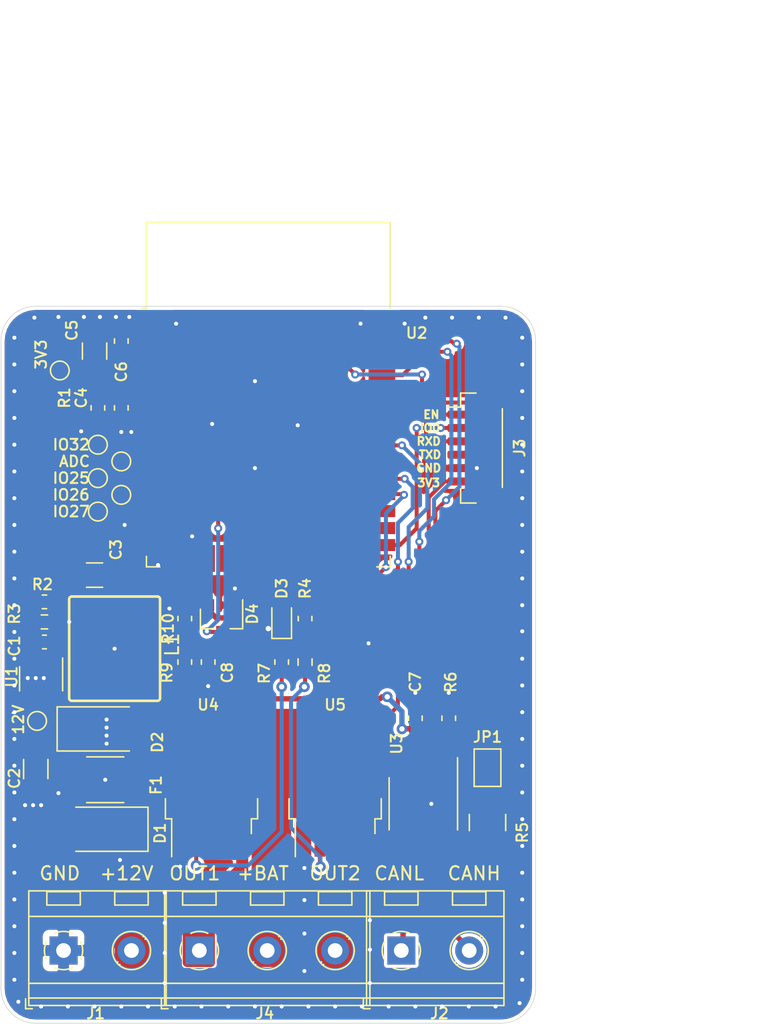
<source format=kicad_pcb>
(kicad_pcb (version 20171130) (host pcbnew "(5.1.9)-1")
  (layers (0 F.Cu signal) (31 B.Cu signal) (34 B.Paste user) (35 F.Paste user) (36 B.SilkS user) (37 F.SilkS user) (38 B.Mask user) (39 F.Mask user) (44 Edge.Cuts user))
  (net 0 "")
  (net 1 GND)
  (net 2 +3V3)
  (net 3 /EN)
  (net 4 +12V)
  (net 5 /TXD)
  (net 6 /RXD)
  (net 7 /IO0)
  (net 8 "Net-(JP1-Pad1)")
  (net 9 /CAN_L)
  (net 10 "Net-(R2-Pad2)")
  (net 11 /CTRL1)
  (net 12 "Net-(R6-Pad1)")
  (net 13 /CTRL2)
  (net 14 /CAN_H)
  (net 15 "Net-(U1-Pad4)")
  (net 16 /CAN0_RX)
  (net 17 /CAN0_TX)
  (net 18 /OUT1)
  (net 19 /OUT2)
  (net 20 "Net-(R8-Pad1)")
  (net 21 "Net-(U2-Pad4)")
  (net 22 /ADC1_CH4)
  (net 23 +BATT)
  (net 24 "Net-(U5-Pad4)")
  (net 25 /IO25)
  (net 26 /IO26)
  (net 27 /IO27)
  (net 28 /IO32)
  (net 29 "Net-(C1-Pad2)")
  (net 30 "Net-(C1-Pad1)")
  (net 31 "Net-(C2-Pad1)")
  (net 32 "Net-(D1-Pad1)")
  (net 33 "Net-(D3-Pad2)")
  (net 34 "Net-(R4-Pad2)")
  (net 35 "Net-(R7-Pad1)")
  (net 36 "Net-(U2-Pad33)")
  (net 37 "Net-(U2-Pad32)")
  (net 38 "Net-(U2-Pad30)")
  (net 39 "Net-(U2-Pad27)")
  (net 40 "Net-(U2-Pad26)")
  (net 41 "Net-(U2-Pad24)")
  (net 42 "Net-(U2-Pad23)")
  (net 43 "Net-(U2-Pad22)")
  (net 44 "Net-(U2-Pad21)")
  (net 45 "Net-(U2-Pad20)")
  (net 46 "Net-(U2-Pad19)")
  (net 47 "Net-(U2-Pad18)")
  (net 48 "Net-(U2-Pad17)")
  (net 49 "Net-(U2-Pad16)")
  (net 50 "Net-(U2-Pad14)")
  (net 51 "Net-(U2-Pad13)")
  (net 52 "Net-(U2-Pad7)")
  (net 53 "Net-(U2-Pad6)")
  (net 54 "Net-(U2-Pad5)")
  (net 55 "Net-(U3-Pad5)")
  (net 56 "Net-(U4-Pad4)")
  (module voltlog:Inductor_7.5x6.6 (layer F.Cu) (at 110.5 77 90)
    (fp_text reference L1 (at 0.3 4.3 90) (layer F.SilkS))
    (fp_text value 8.2uH)
    (pad 2 smd roundrect (at 2.695 0 90) (size 1.98 3.43) (layers F.Cu F.Paste F.Mask) (net 2 +3V3))
    (pad 1 smd roundrect (at -2.695 0 90) (size 1.98 3.43) (layers F.Cu F.Paste F.Mask) (net 29 "Net-(C1-Pad2)"))
  )
  (module Resistor_SMD:R_0603_1608Metric (layer F.Cu) (at 123 78 90)
    (fp_text reference R7 (at -0.85 -1.3 90) (layer F.SilkS) (effects (font (size 0.8 0.8))))
    (fp_text value 10K)
    (pad 2 smd roundrect (at 0.7875 0 90) (size 0.875 0.95) (layers F.Cu F.Paste F.Mask) (net 11 /CTRL1))
    (pad 1 smd roundrect (at -0.7875 0 90) (size 0.875 0.95) (layers F.Cu F.Paste F.Mask) (net 35 "Net-(R7-Pad1)"))
  )
  (module Package_TO_SOT_SMD:TO-252-4 (layer F.Cu) (at 127 87.25 90)
    (fp_text reference U5 (at 6.05 0 180) (layer F.SilkS) (effects (font (size 0.8 0.8))))
    (fp_text value BTS452T)
    (pad 3 smd rect (at 2.1 0 90) (size 6.4 5.8) (layers F.Cu F.Mask) (net 23 +BATT))
    (pad 5 smd rect (at -4.2 2.28 90) (size 2.2 0.8) (layers F.Cu F.Paste F.Mask) (net 19 /OUT2))
    (pad 4 smd rect (at -4.2 1.14 90) (size 2.2 0.8) (layers F.Cu F.Paste F.Mask) (net 24 "Net-(U5-Pad4)"))
    (pad 2 smd rect (at -4.2 -1.14 90) (size 2.2 0.8) (layers F.Cu F.Paste F.Mask) (net 20 "Net-(R8-Pad1)"))
    (pad 1 smd rect (at -4.2 -2.28 90) (size 2.2 0.8) (layers F.Cu F.Paste F.Mask) (net 1 GND))
  )
  (module Package_TO_SOT_SMD:TO-252-4 (layer F.Cu) (at 117.75 87.25 90)
    (fp_text reference U4 (at 6.05 -0.25 180) (layer F.SilkS) (effects (font (size 0.8 0.8))))
    (fp_text value BTS452T)
    (pad 3 smd rect (at 2.1 0 90) (size 6.4 5.8) (layers F.Cu F.Mask) (net 23 +BATT))
    (pad 5 smd rect (at -4.2 2.28 90) (size 2.2 0.8) (layers F.Cu F.Paste F.Mask) (net 18 /OUT1))
    (pad 4 smd rect (at -4.2 1.14 90) (size 2.2 0.8) (layers F.Cu F.Paste F.Mask) (net 56 "Net-(U4-Pad4)"))
    (pad 2 smd rect (at -4.2 -1.14 90) (size 2.2 0.8) (layers F.Cu F.Paste F.Mask) (net 35 "Net-(R7-Pad1)"))
    (pad 1 smd rect (at -4.2 -2.28 90) (size 2.2 0.8) (layers F.Cu F.Paste F.Mask) (net 1 GND))
  )
  (module Resistor_SMD:R_0603_1608Metric (layer F.Cu) (at 124.75 78 90)
    (fp_text reference R8 (at -0.85 1.45 90) (layer F.SilkS) (effects (font (size 0.8 0.8))))
    (fp_text value 10K)
    (pad 2 smd roundrect (at 0.825 0 90) (size 0.8 0.95) (layers F.Cu F.Paste F.Mask) (net 13 /CTRL2))
    (pad 1 smd roundrect (at -0.825 0 90) (size 0.8 0.95) (layers F.Cu F.Paste F.Mask) (net 20 "Net-(R8-Pad1)"))
  )
  (module TestPoint:TestPoint_Pad_D1.0mm (layer F.Cu) (at 109.25 61.75)
    (fp_text reference TP6 hide)
    (fp_text value IO32)
    (pad 1 smd circle (at 0 0) (size 1 1) (layers F.Cu F.Mask) (net 28 /IO32))
  )
  (module TestPoint:TestPoint_Pad_D1.0mm (layer F.Cu) (at 109.25 66.75)
    (fp_text reference TP5 hide)
    (fp_text value IO27)
    (pad 1 smd circle (at 0 0) (size 1 1) (layers F.Cu F.Mask) (net 27 /IO27))
  )
  (module TestPoint:TestPoint_Pad_D1.0mm (layer F.Cu) (at 111 65.5)
    (fp_text reference TP4 hide)
    (fp_text value IO26)
    (pad 1 smd circle (at 0 0) (size 1 1) (layers F.Cu F.Mask) (net 26 /IO26))
  )
  (module TestPoint:TestPoint_Pad_D1.0mm (layer F.Cu) (at 109.25 64.25)
    (fp_text reference TP3 hide)
    (fp_text value IO25)
    (pad 1 smd circle (at 0 0) (size 1 1) (layers F.Cu F.Mask) (net 25 /IO25))
  )
  (module Connector_JST:JST_SH_BM06B-SRSS-TB_1x06-1MP_P1.00mm_Vertical (layer F.Cu) (at 137.5 62 270)
    (fp_text reference J3 (at 0 -3.3 90) (layer F.SilkS) (effects (font (size 0.8 0.8))))
    (fp_text value VOLTLINK)
    (pad MP smd roundrect (at 3.8 -1.2 270) (size 1.2 1.8) (layers F.Cu F.Paste F.Mask) (roundrect_rratio 0.2083325))
    (pad MP smd roundrect (at -3.8 -1.2 270) (size 1.2 1.8) (layers F.Cu F.Paste F.Mask) (roundrect_rratio 0.2083325))
    (pad 6 smd roundrect (at 2.5 1.325 270) (size 0.6 1.55) (layers F.Cu F.Paste F.Mask) (net 2 +3V3))
    (pad 5 smd roundrect (at 1.5 1.325 270) (size 0.6 1.55) (layers F.Cu F.Paste F.Mask) (net 1 GND))
    (pad 4 smd roundrect (at 0.5 1.325 270) (size 0.6 1.55) (layers F.Cu F.Paste F.Mask) (net 5 /TXD))
    (pad 3 smd roundrect (at -0.5 1.325 270) (size 0.6 1.55) (layers F.Cu F.Paste F.Mask) (net 6 /RXD))
    (pad 2 smd roundrect (at -1.5 1.325 270) (size 0.6 1.55) (layers F.Cu F.Paste F.Mask) (net 7 /IO0))
    (pad 1 smd roundrect (at -2.5 1.325 270) (size 0.6 1.55) (layers F.Cu F.Paste F.Mask) (net 3 /EN))
  )
  (module Package_TO_SOT_SMD:SOT-23-6 (layer F.Cu) (at 105 79.25 270)
    (fp_text reference U1 (at -0.15 2.2 270) (layer F.SilkS) (effects (font (size 0.8 0.8))))
    (fp_text value LMR14006)
    (pad 5 smd rect (at 1.1 0 270) (size 1.06 0.65) (layers F.Cu F.Paste F.Mask) (net 31 "Net-(C2-Pad1)"))
    (pad 6 smd rect (at 1.1 -0.95 270) (size 1.06 0.65) (layers F.Cu F.Paste F.Mask) (net 29 "Net-(C1-Pad2)"))
    (pad 4 smd rect (at 1.1 0.95 270) (size 1.06 0.65) (layers F.Cu F.Paste F.Mask) (net 15 "Net-(U1-Pad4)"))
    (pad 3 smd rect (at -1.1 0.95 270) (size 1.06 0.65) (layers F.Cu F.Paste F.Mask) (net 10 "Net-(R2-Pad2)"))
    (pad 2 smd rect (at -1.1 0 270) (size 1.06 0.65) (layers F.Cu F.Paste F.Mask) (net 1 GND))
    (pad 1 smd rect (at -1.1 -0.95 270) (size 1.06 0.65) (layers F.Cu F.Paste F.Mask) (net 30 "Net-(C1-Pad1)"))
  )
  (module RF_Module:ESP32-WROOM-32 (layer F.Cu) (at 122 61)
    (fp_text reference U2 (at 11.1 -7.6 180) (layer F.SilkS) (effects (font (size 0.8 0.8))))
    (fp_text value ESP32-WROOM-32D)
    (pad 38 smd rect (at 8.5 -8.255) (size 2 0.9) (layers F.Cu F.Paste F.Mask) (net 1 GND))
    (pad 37 smd rect (at 8.5 -6.985) (size 2 0.9) (layers F.Cu F.Paste F.Mask) (net 17 /CAN0_TX))
    (pad 36 smd rect (at 8.5 -5.715) (size 2 0.9) (layers F.Cu F.Paste F.Mask) (net 16 /CAN0_RX))
    (pad 35 smd rect (at 8.5 -4.445) (size 2 0.9) (layers F.Cu F.Paste F.Mask) (net 5 /TXD))
    (pad 34 smd rect (at 8.5 -3.175) (size 2 0.9) (layers F.Cu F.Paste F.Mask) (net 6 /RXD))
    (pad 33 smd rect (at 8.5 -1.905) (size 2 0.9) (layers F.Cu F.Paste F.Mask) (net 36 "Net-(U2-Pad33)"))
    (pad 32 smd rect (at 8.5 -0.635) (size 2 0.9) (layers F.Cu F.Paste F.Mask) (net 37 "Net-(U2-Pad32)"))
    (pad 31 smd rect (at 8.5 0.635) (size 2 0.9) (layers F.Cu F.Paste F.Mask) (net 13 /CTRL2))
    (pad 30 smd rect (at 8.5 1.905) (size 2 0.9) (layers F.Cu F.Paste F.Mask) (net 38 "Net-(U2-Pad30)"))
    (pad 29 smd rect (at 8.5 3.175) (size 2 0.9) (layers F.Cu F.Paste F.Mask) (net 34 "Net-(R4-Pad2)"))
    (pad 28 smd rect (at 8.5 4.445) (size 2 0.9) (layers F.Cu F.Paste F.Mask) (net 11 /CTRL1))
    (pad 27 smd rect (at 8.5 5.715) (size 2 0.9) (layers F.Cu F.Paste F.Mask) (net 39 "Net-(U2-Pad27)"))
    (pad 26 smd rect (at 8.5 6.985) (size 2 0.9) (layers F.Cu F.Paste F.Mask) (net 40 "Net-(U2-Pad26)"))
    (pad 25 smd rect (at 8.5 8.255) (size 2 0.9) (layers F.Cu F.Paste F.Mask) (net 7 /IO0))
    (pad 24 smd rect (at 5.715 9.255 90) (size 2 0.9) (layers F.Cu F.Paste F.Mask) (net 41 "Net-(U2-Pad24)"))
    (pad 23 smd rect (at 4.445 9.255 90) (size 2 0.9) (layers F.Cu F.Paste F.Mask) (net 42 "Net-(U2-Pad23)"))
    (pad 22 smd rect (at 3.175 9.255 90) (size 2 0.9) (layers F.Cu F.Paste F.Mask) (net 43 "Net-(U2-Pad22)"))
    (pad 21 smd rect (at 1.905 9.255 90) (size 2 0.9) (layers F.Cu F.Paste F.Mask) (net 44 "Net-(U2-Pad21)"))
    (pad 20 smd rect (at 0.635 9.255 90) (size 2 0.9) (layers F.Cu F.Paste F.Mask) (net 45 "Net-(U2-Pad20)"))
    (pad 19 smd rect (at -0.635 9.255 90) (size 2 0.9) (layers F.Cu F.Paste F.Mask) (net 46 "Net-(U2-Pad19)"))
    (pad 18 smd rect (at -1.905 9.255 90) (size 2 0.9) (layers F.Cu F.Paste F.Mask) (net 47 "Net-(U2-Pad18)"))
    (pad 17 smd rect (at -3.175 9.255 90) (size 2 0.9) (layers F.Cu F.Paste F.Mask) (net 48 "Net-(U2-Pad17)"))
    (pad 16 smd rect (at -4.445 9.255 90) (size 2 0.9) (layers F.Cu F.Paste F.Mask) (net 49 "Net-(U2-Pad16)"))
    (pad 15 smd rect (at -5.715 9.255 90) (size 2 0.9) (layers F.Cu F.Paste F.Mask) (net 1 GND))
    (pad 14 smd rect (at -8.5 8.255) (size 2 0.9) (layers F.Cu F.Paste F.Mask) (net 50 "Net-(U2-Pad14)"))
    (pad 13 smd rect (at -8.5 6.985) (size 2 0.9) (layers F.Cu F.Paste F.Mask) (net 51 "Net-(U2-Pad13)"))
    (pad 12 smd rect (at -8.5 5.715) (size 2 0.9) (layers F.Cu F.Paste F.Mask) (net 27 /IO27))
    (pad 11 smd rect (at -8.5 4.445) (size 2 0.9) (layers F.Cu F.Paste F.Mask) (net 26 /IO26))
    (pad 10 smd rect (at -8.5 3.175) (size 2 0.9) (layers F.Cu F.Paste F.Mask) (net 25 /IO25))
    (pad 9 smd rect (at -8.5 1.905) (size 2 0.9) (layers F.Cu F.Paste F.Mask) (net 22 /ADC1_CH4))
    (pad 8 smd rect (at -8.5 0.635) (size 2 0.9) (layers F.Cu F.Paste F.Mask) (net 28 /IO32))
    (pad 7 smd rect (at -8.5 -0.635) (size 2 0.9) (layers F.Cu F.Paste F.Mask) (net 52 "Net-(U2-Pad7)"))
    (pad 6 smd rect (at -8.5 -1.905) (size 2 0.9) (layers F.Cu F.Paste F.Mask) (net 53 "Net-(U2-Pad6)"))
    (pad 5 smd rect (at -8.5 -3.175) (size 2 0.9) (layers F.Cu F.Paste F.Mask) (net 54 "Net-(U2-Pad5)"))
    (pad 4 smd rect (at -8.5 -4.445) (size 2 0.9) (layers F.Cu F.Paste F.Mask) (net 21 "Net-(U2-Pad4)"))
    (pad 3 smd rect (at -8.5 -5.715) (size 2 0.9) (layers F.Cu F.Paste F.Mask) (net 3 /EN))
    (pad 2 smd rect (at -8.5 -6.985) (size 2 0.9) (layers F.Cu F.Paste F.Mask) (net 2 +3V3))
    (pad 1 smd rect (at -8.5 -8.255) (size 2 0.9) (layers F.Cu F.Paste F.Mask) (net 1 GND))
    (pad 39 smd rect (at -1 -0.755) (size 5 5) (layers F.Cu F.Paste F.Mask) (net 1 GND))
  )
  (module Resistor_SMD:R_0603_1608Metric (layer F.Cu) (at 105.25 75)
    (fp_text reference R3 (at -2.25 -0.6 90) (layer F.SilkS) (effects (font (size 0.8 0.8))))
    (fp_text value 8.45K)
    (pad 2 smd roundrect (at 0.825 0) (size 0.8 0.95) (layers F.Cu F.Paste F.Mask) (net 1 GND))
    (pad 1 smd roundrect (at -0.825 0) (size 0.8 0.95) (layers F.Cu F.Paste F.Mask) (net 10 "Net-(R2-Pad2)"))
  )
  (module Diode_SMD:D_SMA (layer F.Cu) (at 109.6 83)
    (fp_text reference D2 (at 4.1 1 90) (layer F.SilkS) (effects (font (size 0.8 0.8))))
    (fp_text value SS14)
    (pad 2 smd rect (at 2 0) (size 2.5 1.8) (layers F.Cu F.Paste F.Mask) (net 1 GND))
    (pad 1 smd rect (at -2 0) (size 2.5 1.8) (layers F.Cu F.Paste F.Mask) (net 29 "Net-(C1-Pad2)"))
  )
  (module Capacitor_SMD:C_1206_3216Metric (layer F.Cu) (at 104.6 86 270)
    (fp_text reference C2 (at 0.7 1.6 90) (layer F.SilkS) (effects (font (size 0.8 0.8))))
    (fp_text value 10uF)
    (pad 2 smd roundrect (at 1.475 0 270) (size 1.15 1.8) (layers F.Cu F.Paste F.Mask) (roundrect_rratio 0.217) (net 1 GND))
    (pad 1 smd roundrect (at -1.475 0 270) (size 1.15 1.8) (layers F.Cu F.Paste F.Mask) (roundrect_rratio 0.2173904347826087) (net 31 "Net-(C2-Pad1)"))
  )
  (module Capacitor_SMD:C_0603_1608Metric (layer F.Cu) (at 105.25 76.5)
    (fp_text reference C1 (at -2.25 0.3 270) (layer F.SilkS) (effects (font (size 0.8 0.8))))
    (fp_text value 0.1uF)
    (pad 2 smd roundrect (at 0.775 0) (size 0.9 0.95) (layers F.Cu F.Paste F.Mask) (net 29 "Net-(C1-Pad2)"))
    (pad 1 smd roundrect (at -0.775 0) (size 0.9 0.95) (layers F.Cu F.Paste F.Mask) (net 30 "Net-(C1-Pad1)"))
  )
  (module Voltlog:voltlog_mask_3mm (layer F.Cu) (at 104.5 69 90)
    (fp_text reference V1 hide)
    (fp_text value VOLTLOG_LOGO hide)
  )
  (module TerminalBlock_RND:TerminalBlock_RND_205-00232_1x02_P5.08mm_Horizontal (layer F.Cu) (at 106.68 99.568)
    (fp_text reference J1 (at 2.4 4.7) (layer F.SilkS) (effects (font (size 0.8 0.8))))
    (fp_text value 12V)
    (pad 2 thru_hole circle (at 5.08 0) (size 2.1 2.1) (drill 1.1) (layers *.Cu *.Mask) (net 4 +12V))
    (pad 1 thru_hole rect (at 0 0) (size 2.1 2.1) (drill 1.1) (layers *.Cu *.Mask) (net 1 GND))
  )
  (module TerminalBlock_RND:TerminalBlock_RND_205-00232_1x02_P5.08mm_Horizontal (layer F.Cu) (at 131.95 99.568)
    (fp_text reference J2 (at 2.85 4.7) (layer F.SilkS) (effects (font (size 0.8 0.8))))
    (fp_text value CAN)
    (pad 2 thru_hole circle (at 5.08 0) (size 2.1 2.1) (drill 1.1) (layers *.Cu *.Mask) (net 14 /CAN_H))
    (pad 1 thru_hole rect (at 0 0) (size 2.1 2.1) (drill 1.1) (layers *.Cu *.Mask) (net 9 /CAN_L))
  )
  (module TerminalBlock_RND:TerminalBlock_RND_205-00233_1x03_P5.08mm_Horizontal (layer F.Cu) (at 116.84 99.568)
    (fp_text reference J4 (at 4.9 4.7) (layer F.SilkS) (effects (font (size 0.8 0.8))))
    (fp_text value Conn_01x03)
    (pad 3 thru_hole circle (at 10.16 0) (size 2.1 2.1) (drill 1.1) (layers *.Cu *.Mask) (net 19 /OUT2))
    (pad 2 thru_hole circle (at 5.08 0) (size 2.1 2.1) (drill 1.1) (layers *.Cu *.Mask) (net 23 +BATT))
    (pad 1 thru_hole rect (at 0 0) (size 2.1 2.1) (drill 1.1) (layers *.Cu *.Mask) (net 18 /OUT1))
  )
  (module Resistor_SMD:R_0603_1608Metric (layer F.Cu) (at 105.25 73.5 180)
    (fp_text reference R2 (at 0.15 1.3) (layer F.SilkS) (effects (font (size 0.8 0.8))))
    (fp_text value 28K)
    (pad 2 smd roundrect (at 0.7875 0 180) (size 0.875 0.95) (layers F.Cu F.Paste F.Mask) (net 10 "Net-(R2-Pad2)"))
    (pad 1 smd roundrect (at -0.7875 0 180) (size 0.875 0.95) (layers F.Cu F.Paste F.Mask) (net 2 +3V3))
  )
  (module Capacitor_SMD:C_1206_3216Metric (layer F.Cu) (at 109 71.5 180)
    (fp_text reference C3 (at -1.6 1.9 90) (layer F.SilkS) (effects (font (size 0.8 0.8))))
    (fp_text value 10uF)
    (pad 2 smd roundrect (at 1.4 0 180) (size 1.25 1.75) (layers F.Cu F.Paste F.Mask) (roundrect_rratio 0.2) (net 1 GND))
    (pad 1 smd roundrect (at -1.4 0 180) (size 1.25 1.75) (layers F.Cu F.Paste F.Mask) (roundrect_rratio 0.2) (net 2 +3V3))
  )
  (module Capacitor_SMD:C_1206_3216Metric (layer F.Cu) (at 109 54.75 90)
    (fp_text reference C5 (at 1.55 -1.7 90) (layer F.SilkS) (effects (font (size 0.8 0.8))))
    (fp_text value 22uF)
    (pad 2 smd roundrect (at 1.4 0 90) (size 1.25 1.75) (layers F.Cu F.Paste F.Mask) (roundrect_rratio 0.2) (net 1 GND))
    (pad 1 smd roundrect (at -1.4 0 90) (size 1.25 1.75) (layers F.Cu F.Paste F.Mask) (roundrect_rratio 0.2) (net 2 +3V3))
  )
  (module TestPoint:TestPoint_Pad_D1.0mm (layer F.Cu) (at 106.4 56.2 90)
    (fp_text reference TP2 hide)
    (fp_text value 3V3)
    (pad 1 smd circle (at 0 0 90) (size 1 1) (layers F.Cu F.Mask) (net 2 +3V3))
  )
  (module TestPoint:TestPoint_Pad_D1.0mm (layer F.Cu) (at 104.7 82.4 90)
    (fp_text reference TP1 hide)
    (fp_text value VIN)
    (pad 1 smd circle (at 0 0 90) (size 1 1) (layers F.Cu F.Mask) (net 31 "Net-(C2-Pad1)"))
  )
  (module TestPoint:TestPoint_Pad_D1.0mm (layer F.Cu) (at 111 63 90)
    (fp_text reference TP7 hide)
    (fp_text value ADC)
    (pad 1 smd circle (at 0 0 90) (size 1 1) (layers F.Cu F.Mask) (net 22 /ADC1_CH4))
  )
  (module Resistor_SMD:R_0603_1608Metric (layer F.Cu) (at 115.75 74.75 90)
    (fp_text reference R10 (at -0.75 -1.25 270) (layer F.SilkS) (effects (font (size 0.8 0.8))))
    (fp_text value 10K)
    (pad 2 smd roundrect (at 0.7875 0 90) (size 0.875 0.95) (layers F.Cu F.Paste F.Mask) (net 1 GND))
    (pad 1 smd roundrect (at -0.7875 0 90) (size 0.875 0.95) (layers F.Cu F.Paste F.Mask) (net 22 /ADC1_CH4))
  )
  (module Resistor_SMD:R_0603_1608Metric (layer F.Cu) (at 115.75 78 90)
    (fp_text reference R9 (at -0.8 -1.35 90) (layer F.SilkS) (effects (font (size 0.8 0.8))))
    (fp_text value 36K)
    (pad 2 smd roundrect (at 0.7875 0 90) (size 0.875 0.95) (layers F.Cu F.Paste F.Mask) (net 22 /ADC1_CH4))
    (pad 1 smd roundrect (at -0.7875 0 90) (size 0.875 0.95) (layers F.Cu F.Paste F.Mask) (net 4 +12V))
  )
  (module Package_TO_SOT_SMD:SOT-23 (layer F.Cu) (at 118.5 74.75 270)
    (fp_text reference D4 (at -0.35 -2.3 270) (layer F.SilkS) (effects (font (size 0.8 0.8))))
    (fp_text value BAS40-04)
    (pad 3 smd rect (at 1 0 270) (size 0.9 0.8) (layers F.Cu F.Paste F.Mask) (net 22 /ADC1_CH4))
    (pad 2 smd rect (at -1 0.95 270) (size 0.9 0.8) (layers F.Cu F.Paste F.Mask) (net 2 +3V3))
    (pad 1 smd rect (at -1 -0.95 270) (size 0.9 0.8) (layers F.Cu F.Paste F.Mask) (net 1 GND))
  )
  (module Capacitor_SMD:C_0603_1608Metric (layer F.Cu) (at 117.5 78 270)
    (fp_text reference C8 (at 0.8 -1.43 90) (layer F.SilkS) (effects (font (size 0.8 0.8))))
    (fp_text value 0.1uF)
    (pad 2 smd roundrect (at 0.7875 0 270) (size 0.875 0.95) (layers F.Cu F.Paste F.Mask) (net 1 GND))
    (pad 1 smd roundrect (at -0.7875 0 270) (size 0.875 0.95) (layers F.Cu F.Paste F.Mask) (net 22 /ADC1_CH4))
  )
  (module Package_SO:SOIC-8_3.9x4.9mm_P1.27mm (layer F.Cu) (at 133.6 88.6 270)
    (fp_text reference U3 (at -4.5 2 270) (layer F.SilkS) (effects (font (size 0.8 0.8))))
    (fp_text value SN65HVD231)
    (pad 8 smd roundrect (at 2.475 -1.905 270) (size 1.95 0.6) (layers F.Cu F.Paste F.Mask) (net 12 "Net-(R6-Pad1)"))
    (pad 7 smd roundrect (at 2.475 -0.635 270) (size 1.95 0.6) (layers F.Cu F.Paste F.Mask) (net 14 /CAN_H))
    (pad 6 smd roundrect (at 2.475 0.635 270) (size 1.95 0.6) (layers F.Cu F.Paste F.Mask) (net 9 /CAN_L))
    (pad 5 smd roundrect (at 2.475 1.905 270) (size 1.95 0.6) (layers F.Cu F.Paste F.Mask) (net 55 "Net-(U3-Pad5)"))
    (pad 4 smd roundrect (at -2.475 1.905 270) (size 1.95 0.6) (layers F.Cu F.Paste F.Mask) (net 16 /CAN0_RX))
    (pad 3 smd roundrect (at -2.475 0.635 270) (size 1.95 0.6) (layers F.Cu F.Paste F.Mask) (net 2 +3V3))
    (pad 2 smd roundrect (at -2.475 -0.635 270) (size 1.95 0.6) (layers F.Cu F.Paste F.Mask) (net 1 GND))
    (pad 1 smd roundrect (at -2.475 -1.905 270) (size 1.95 0.6) (layers F.Cu F.Paste F.Mask) (net 17 /CAN0_TX))
  )
  (module Resistor_SMD:R_1210_3225Metric (layer F.Cu) (at 138.4 90 90)
    (fp_text reference R5 (at -0.75 2.6 90) (layer F.SilkS) (effects (font (size 0.8 0.8))))
    (fp_text value 120)
    (pad 2 smd roundrect (at 1.4 0 90) (size 1.25 2.65) (layers F.Cu F.Paste F.Mask) (roundrect_rratio 0.2) (net 8 "Net-(JP1-Pad1)"))
    (pad 1 smd roundrect (at -1.4 0 90) (size 1.25 2.65) (layers F.Cu F.Paste F.Mask) (roundrect_rratio 0.2) (net 14 /CAN_H))
  )
  (module Resistor_SMD:R_0603_1608Metric (layer F.Cu) (at 135.5 82.2 90)
    (fp_text reference R6 (at 2.7 0.15 90) (layer F.SilkS) (effects (font (size 0.8 0.8))))
    (fp_text value 100K)
    (pad 2 smd roundrect (at 0.7875 0 90) (size 0.875 0.95) (layers F.Cu F.Paste F.Mask) (net 1 GND))
    (pad 1 smd roundrect (at -0.7875 0 90) (size 0.875 0.95) (layers F.Cu F.Paste F.Mask) (net 12 "Net-(R6-Pad1)"))
  )
  (module Resistor_SMD:R_0603_1608Metric (layer F.Cu) (at 124.75 74.75 270)
    (fp_text reference R4 (at -2.25 0 270) (layer F.SilkS) (effects (font (size 0.8 0.8))))
    (fp_text value 1K)
    (pad 2 smd roundrect (at 0.7875 0 270) (size 0.875 0.95) (layers F.Cu F.Paste F.Mask) (net 34 "Net-(R4-Pad2)"))
    (pad 1 smd roundrect (at -0.7875 0 270) (size 0.875 0.95) (layers F.Cu F.Paste F.Mask) (net 33 "Net-(D3-Pad2)"))
  )
  (module Resistor_SMD:R_0603_1608Metric (layer F.Cu) (at 109.25 59 90)
    (fp_text reference R1 (at 0.75 -2.5 90) (layer F.SilkS) (effects (font (size 0.8 0.8))))
    (fp_text value 10K)
    (pad 2 smd roundrect (at 0.7875 0 90) (size 0.875 0.95) (layers F.Cu F.Paste F.Mask) (net 3 /EN))
    (pad 1 smd roundrect (at -0.7875 0 90) (size 0.875 0.95) (layers F.Cu F.Paste F.Mask) (net 2 +3V3))
  )
  (module Jumper:SolderJumper-2_P1.3mm_Open_TrianglePad1.0x1.5mm (layer F.Cu) (at 138.4 85.9 90)
    (fp_text reference JP1 (at 2.3 0 180) (layer F.SilkS) (effects (font (size 0.8 0.8))))
    (fp_text value NO)
    (pad 1 smd custom (at -0.725 0 90) (size 0.3 0.3) (layers F.Cu F.Mask) (net 8 "Net-(JP1-Pad1)") (options (clearance outline) (anchor rect)) (primitives (gr_poly (pts (xy -0.5 -0.75) (xy 0.5 -0.75) (xy 1 0) (xy 0.5 0.75) (xy -0.5 0.75)) (width 0))))
    (pad 2 smd custom (at 0.725 0 90) (size 0.3 0.3) (layers F.Cu F.Mask) (net 9 /CAN_L) (options (clearance outline) (anchor rect)) (primitives (gr_poly (pts (xy -0.65 -0.75) (xy 0.5 -0.75) (xy 0.5 0.75) (xy -0.65 0.75) (xy -0.15 0)) (width 0))))
  )
  (module Fuse:Fuse_1812_4532Metric (layer F.Cu) (at 109.8 86.8)
    (fp_text reference F1 (at 3.8 0.4 90) (layer F.SilkS) (effects (font (size 0.8 0.8))))
    (fp_text value 0.5A)
    (pad 2 smd roundrect (at 2.1375 0) (size 1.125 3.4) (layers F.Cu F.Paste F.Mask) (roundrect_rratio 0.2222195555555556) (net 32 "Net-(D1-Pad1)"))
    (pad 1 smd roundrect (at -2.1375 0) (size 1.125 3.4) (layers F.Cu F.Paste F.Mask) (roundrect_rratio 0.2222195555555556) (net 31 "Net-(C2-Pad1)"))
  )
  (module Diode_SMD:D_SMA (layer F.Cu) (at 109.6 90.5 180)
    (fp_text reference D1 (at -4.3 -0.3 90) (layer F.SilkS) (effects (font (size 0.8 0.8))))
    (fp_text value SS14)
    (pad 2 smd rect (at 2 0 180) (size 2.5 1.8) (layers F.Cu F.Paste F.Mask) (net 4 +12V))
    (pad 1 smd rect (at -2 0 180) (size 2.5 1.8) (layers F.Cu F.Paste F.Mask) (net 32 "Net-(D1-Pad1)"))
  )
  (module LED_SMD:LED_0603_1608Metric (layer F.Cu) (at 123 74.75 90)
    (fp_text reference D3 (at 2.25 0 90) (layer F.SilkS) (effects (font (size 0.8 0.8))))
    (fp_text value LED)
    (pad 2 smd roundrect (at 0.7875 0 90) (size 0.875 0.95) (layers F.Cu F.Paste F.Mask) (net 33 "Net-(D3-Pad2)"))
    (pad 1 smd roundrect (at -0.7875 0 90) (size 0.875 0.95) (layers F.Cu F.Paste F.Mask) (net 1 GND))
  )
  (module Capacitor_SMD:C_0603_1608Metric (layer F.Cu) (at 133 82.2 90)
    (fp_text reference C7 (at 2.7 0 90) (layer F.SilkS) (effects (font (size 0.8 0.8))))
    (fp_text value 0.1uF)
    (pad 2 smd roundrect (at 0.7875 0 90) (size 0.875 0.95) (layers F.Cu F.Paste F.Mask) (net 1 GND))
    (pad 1 smd roundrect (at -0.7875 0 90) (size 0.875 0.95) (layers F.Cu F.Paste F.Mask) (net 2 +3V3))
  )
  (module Capacitor_SMD:C_0603_1608Metric (layer F.Cu) (at 111 59 270)
    (fp_text reference C4 (at -0.75 3 90) (layer F.SilkS) (effects (font (size 0.8 0.8))))
    (fp_text value 0.1uF)
    (pad 2 smd roundrect (at 0.7875 0 270) (size 0.875 0.95) (layers F.Cu F.Paste F.Mask) (net 1 GND))
    (pad 1 smd roundrect (at -0.7875 0 270) (size 0.875 0.95) (layers F.Cu F.Paste F.Mask) (net 3 /EN))
  )
  (module Capacitor_SMD:C_0603_1608Metric (layer F.Cu) (at 111 54 90)
    (fp_text reference C6 (at -2.3 0 90) (layer F.SilkS) (effects (font (size 0.8 0.8))))
    (fp_text value 0.1uF)
    (pad 2 smd roundrect (at 0.7875 0 90) (size 0.875 0.95) (layers F.Cu F.Paste F.Mask) (net 1 GND))
    (pad 1 smd roundrect (at -0.7875 0 90) (size 0.875 0.95) (layers F.Cu F.Paste F.Mask) (net 2 +3V3))
  )
  (gr_text IO27 (at 107.25 66.75) (layer F.SilkS) (effects (font (size 0.8 0.8))))
  (gr_text IO26 (at 107.25 65.5) (layer F.SilkS) (effects (font (size 0.8 0.8))))
  (gr_text IO25 (at 107.25 64.25) (layer F.SilkS) (effects (font (size 0.8 0.8))))
  (gr_text IO32 (at 107.25 61.75) (layer F.SilkS) (effects (font (size 0.8 0.8))))
  (gr_arc (start 104.6 102.4) (end 102 102.4) (angle -90) (layer Edge.Cuts) (width 0.05))
  (gr_arc (start 139.4 102.4) (end 139.4 105) (angle -90) (layer Edge.Cuts) (width 0.05))
  (gr_arc (start 139.4 54) (end 142 54) (angle -90) (layer Edge.Cuts) (width 0.05))
  (gr_arc (start 104.6 54) (end 104.6 51.4) (angle -90) (layer Edge.Cuts) (width 0.05))
  (gr_text +BAT (at 121.6 93.8) (layer F.SilkS) (effects (font (size 1 1))))
  (gr_text OUT2 (at 127 93.8) (layer F.SilkS) (effects (font (size 1 1))))
  (gr_text OUT1 (at 116.5 93.8) (layer F.SilkS) (effects (font (size 1 1))))
  (gr_text +12V (at 111.4 93.8) (layer F.SilkS) (effects (font (size 1 1))))
  (gr_text GND (at 106.4 93.8) (layer F.SilkS) (effects (font (size 1 1))))
  (gr_text CANL (at 131.8 93.8) (layer F.SilkS) (effects (font (size 1 1))))
  (gr_text CANH (at 137.4 93.8) (layer F.SilkS) (effects (font (size 1 1))))
  (gr_text EN (at 134.2 59.5) (layer F.SilkS) (effects (font (size 0.6 0.6))))
  (gr_text IO0 (at 134.1 60.5) (layer F.SilkS) (effects (font (size 0.6 0.6))))
  (gr_text RXD (at 134 61.5) (layer F.SilkS) (effects (font (size 0.6 0.6))))
  (gr_text TXD (at 134.1 62.5) (layer F.SilkS) (effects (font (size 0.6 0.6))))
  (gr_text GND (at 134 63.5) (layer F.SilkS) (effects (font (size 0.6 0.6))))
  (gr_text 3V3 (at 134 64.6) (layer F.SilkS) (effects (font (size 0.6 0.6))))
  (gr_text 12V (at 103.3 82.3 90) (layer F.SilkS) (effects (font (size 0.8 0.8))))
  (gr_text ADC (at 107.5 63) (layer F.SilkS) (effects (font (size 0.8 0.8))))
  (gr_text 3V3 (at 105 55 90) (layer F.SilkS) (effects (font (size 0.8 0.8))))
  (gr_line (start 104.6 105) (end 139.4 105) (layer Edge.Cuts) (width 0.05))
  (gr_line (start 102 54) (end 102 102.4) (layer Edge.Cuts) (width 0.05))
  (gr_line (start 139.4 51.4) (end 104.6 51.4) (layer Edge.Cuts) (width 0.05))
  (gr_line (start 142 102.4) (end 142 54) (layer Edge.Cuts) (width 0.05))
  (via (at 133 80.3) (size 0.6) (drill 0.3) (layers F.Cu B.Cu) (net 1))
  (segment (start 133 81.4125) (end 133 80.3) (width 0.3) (layer F.Cu) (net 1))
  (via (at 135.5 80.3) (size 0.6) (drill 0.3) (layers F.Cu B.Cu) (net 1))
  (segment (start 135.5 81.4125) (end 135.5 80.3) (width 0.3) (layer F.Cu) (net 1))
  (via (at 117.5 79.8) (size 0.6) (drill 0.3) (layers F.Cu B.Cu) (net 1))
  (segment (start 117.5 78.7875) (end 117.5 79.8) (width 0.3) (layer F.Cu) (net 1))
  (via (at 114.6 74) (size 0.6) (drill 0.3) (layers F.Cu B.Cu) (net 1))
  (segment (start 115.75 73.9625) (end 114.6375 73.9625) (width 0.3) (layer F.Cu) (net 1))
  (segment (start 114.6375 73.9625) (end 114.6 74) (width 0.3) (layer F.Cu) (net 1))
  (via (at 103.3 103.4) (size 0.6) (drill 0.3) (layers F.Cu B.Cu) (net 1))
  (via (at 103 101.75) (size 0.6) (drill 0.3) (layers F.Cu B.Cu) (net 1))
  (via (at 103 99.75) (size 0.6) (drill 0.3) (layers F.Cu B.Cu) (net 1))
  (via (at 103 97.75) (size 0.6) (drill 0.3) (layers F.Cu B.Cu) (net 1))
  (via (at 103 95.75) (size 0.6) (drill 0.3) (layers F.Cu B.Cu) (net 1))
  (via (at 103 93.75) (size 0.6) (drill 0.3) (layers F.Cu B.Cu) (net 1))
  (via (at 103 91.75) (size 0.6) (drill 0.3) (layers F.Cu B.Cu) (net 1))
  (via (at 103 89.75) (size 0.6) (drill 0.3) (layers F.Cu B.Cu) (net 1))
  (via (at 103 87.75) (size 0.6) (drill 0.3) (layers F.Cu B.Cu) (net 1))
  (via (at 103 85.75) (size 0.6) (drill 0.3) (layers F.Cu B.Cu) (net 1))
  (via (at 103 83.75) (size 0.6) (drill 0.3) (layers F.Cu B.Cu) (net 1))
  (via (at 103 81.75) (size 0.6) (drill 0.3) (layers F.Cu B.Cu) (net 1))
  (via (at 103 79.75) (size 0.6) (drill 0.3) (layers F.Cu B.Cu) (net 1))
  (via (at 103 77.75) (size 0.6) (drill 0.3) (layers F.Cu B.Cu) (net 1))
  (via (at 103 75.75) (size 0.6) (drill 0.3) (layers F.Cu B.Cu) (net 1))
  (via (at 103 73.75) (size 0.6) (drill 0.3) (layers F.Cu B.Cu) (net 1))
  (via (at 103 71.75) (size 0.6) (drill 0.3) (layers F.Cu B.Cu) (net 1))
  (via (at 103 69.75) (size 0.6) (drill 0.3) (layers F.Cu B.Cu) (net 1))
  (via (at 103 67.75) (size 0.6) (drill 0.3) (layers F.Cu B.Cu) (net 1))
  (via (at 103 65.75) (size 0.6) (drill 0.3) (layers F.Cu B.Cu) (net 1))
  (via (at 103 63.75) (size 0.6) (drill 0.3) (layers F.Cu B.Cu) (net 1))
  (via (at 103 61.75) (size 0.6) (drill 0.3) (layers F.Cu B.Cu) (net 1))
  (via (at 104.5 52.25) (size 0.6) (drill 0.3) (layers F.Cu B.Cu) (net 1))
  (via (at 108.2 52.2) (size 0.6) (drill 0.3) (layers F.Cu B.Cu) (net 1))
  (via (at 109.4 52.2) (size 0.6) (drill 0.3) (layers F.Cu B.Cu) (net 1))
  (via (at 110.6 52.2) (size 0.6) (drill 0.3) (layers F.Cu B.Cu) (net 1))
  (via (at 141 69.75) (size 0.6) (drill 0.3) (layers F.Cu B.Cu) (net 1))
  (via (at 141 91.75) (size 0.6) (drill 0.3) (layers F.Cu B.Cu) (net 1))
  (via (at 141 79.75) (size 0.6) (drill 0.3) (layers F.Cu B.Cu) (net 1))
  (via (at 141 85.75) (size 0.6) (drill 0.3) (layers F.Cu B.Cu) (net 1))
  (via (at 141 63.75) (size 0.6) (drill 0.3) (layers F.Cu B.Cu) (net 1))
  (via (at 141 61.75) (size 0.6) (drill 0.3) (layers F.Cu B.Cu) (net 1))
  (via (at 141 83.75) (size 0.6) (drill 0.3) (layers F.Cu B.Cu) (net 1))
  (via (at 141 89.75) (size 0.6) (drill 0.3) (layers F.Cu B.Cu) (net 1))
  (via (at 141 77.75) (size 0.6) (drill 0.3) (layers F.Cu B.Cu) (net 1))
  (via (at 141 101.75) (size 0.6) (drill 0.3) (layers F.Cu B.Cu) (net 1))
  (via (at 141 97.75) (size 0.6) (drill 0.3) (layers F.Cu B.Cu) (net 1))
  (via (at 141 67.75) (size 0.6) (drill 0.3) (layers F.Cu B.Cu) (net 1))
  (via (at 141 95.75) (size 0.6) (drill 0.3) (layers F.Cu B.Cu) (net 1))
  (via (at 141 99.75) (size 0.6) (drill 0.3) (layers F.Cu B.Cu) (net 1))
  (via (at 141 73.75) (size 0.6) (drill 0.3) (layers F.Cu B.Cu) (net 1))
  (via (at 141 65.75) (size 0.6) (drill 0.3) (layers F.Cu B.Cu) (net 1))
  (via (at 141 87.75) (size 0.6) (drill 0.3) (layers F.Cu B.Cu) (net 1))
  (via (at 141 93.75) (size 0.6) (drill 0.3) (layers F.Cu B.Cu) (net 1))
  (via (at 141 81.75) (size 0.6) (drill 0.3) (layers F.Cu B.Cu) (net 1))
  (via (at 141 71.75) (size 0.6) (drill 0.3) (layers F.Cu B.Cu) (net 1))
  (via (at 127 103.75) (size 0.6) (drill 0.3) (layers F.Cu B.Cu) (net 1))
  (via (at 121 103.75) (size 0.6) (drill 0.3) (layers F.Cu B.Cu) (net 1))
  (via (at 117 103.75) (size 0.6) (drill 0.3) (layers F.Cu B.Cu) (net 1))
  (via (at 111 103.75) (size 0.6) (drill 0.3) (layers F.Cu B.Cu) (net 1))
  (via (at 137 103.75) (size 0.6) (drill 0.3) (layers F.Cu B.Cu) (net 1))
  (via (at 125 103.75) (size 0.6) (drill 0.3) (layers F.Cu B.Cu) (net 1))
  (via (at 131 103.75) (size 0.6) (drill 0.3) (layers F.Cu B.Cu) (net 1))
  (via (at 135 103.75) (size 0.6) (drill 0.3) (layers F.Cu B.Cu) (net 1))
  (via (at 123 103.75) (size 0.6) (drill 0.3) (layers F.Cu B.Cu) (net 1))
  (via (at 105 103.75) (size 0.6) (drill 0.3) (layers F.Cu B.Cu) (net 1))
  (via (at 119 103.75) (size 0.6) (drill 0.3) (layers F.Cu B.Cu) (net 1))
  (via (at 133 103.75) (size 0.6) (drill 0.3) (layers F.Cu B.Cu) (net 1))
  (via (at 140.8 103.5) (size 0.6) (drill 0.3) (layers F.Cu B.Cu) (net 1))
  (via (at 113 103.75) (size 0.6) (drill 0.3) (layers F.Cu B.Cu) (net 1))
  (via (at 139 103.75) (size 0.6) (drill 0.3) (layers F.Cu B.Cu) (net 1))
  (via (at 129 103.75) (size 0.6) (drill 0.3) (layers F.Cu B.Cu) (net 1))
  (via (at 107 103.75) (size 0.6) (drill 0.3) (layers F.Cu B.Cu) (net 1))
  (via (at 115 103.75) (size 0.6) (drill 0.3) (layers F.Cu B.Cu) (net 1))
  (via (at 109 103.75) (size 0.6) (drill 0.3) (layers F.Cu B.Cu) (net 1))
  (via (at 135.75 52.25) (size 0.6) (drill 0.3) (layers F.Cu B.Cu) (net 1))
  (via (at 137.75 52.25) (size 0.6) (drill 0.3) (layers F.Cu B.Cu) (net 1))
  (via (at 139.75 52.25) (size 0.6) (drill 0.3) (layers F.Cu B.Cu) (net 1))
  (via (at 133.75 52.25) (size 0.6) (drill 0.3) (layers F.Cu B.Cu) (net 1))
  (via (at 114.25 102) (size 0.6) (drill 0.3) (layers F.Cu B.Cu) (net 1))
  (via (at 114.25 99.75) (size 0.6) (drill 0.3) (layers F.Cu B.Cu) (net 1))
  (via (at 114.25 97.5) (size 0.6) (drill 0.3) (layers F.Cu B.Cu) (net 1))
  (via (at 114.25 95.25) (size 0.6) (drill 0.3) (layers F.Cu B.Cu) (net 1))
  (via (at 129.6 102) (size 0.6) (drill 0.3) (layers F.Cu B.Cu) (net 1))
  (via (at 129.6 99.5) (size 0.6) (drill 0.3) (layers F.Cu B.Cu) (net 1))
  (via (at 103 59.75) (size 0.6) (drill 0.3) (layers F.Cu B.Cu) (net 1))
  (via (at 103 57.75) (size 0.6) (drill 0.3) (layers F.Cu B.Cu) (net 1))
  (via (at 103 55.75) (size 0.6) (drill 0.3) (layers F.Cu B.Cu) (net 1))
  (via (at 103 53.75) (size 0.6) (drill 0.3) (layers F.Cu B.Cu) (net 1))
  (via (at 141 59.75) (size 0.6) (drill 0.3) (layers F.Cu B.Cu) (net 1))
  (via (at 141 55.75) (size 0.6) (drill 0.3) (layers F.Cu B.Cu) (net 1))
  (via (at 141 53.75) (size 0.6) (drill 0.3) (layers F.Cu B.Cu) (net 1))
  (via (at 141 57.75) (size 0.6) (drill 0.3) (layers F.Cu B.Cu) (net 1))
  (via (at 105.2 79.2) (size 0.6) (drill 0.3) (layers F.Cu B.Cu) (net 1))
  (via (at 104.6 79.2) (size 0.6) (drill 0.3) (layers F.Cu B.Cu) (net 1))
  (via (at 104 79.2) (size 0.6) (drill 0.3) (layers F.Cu B.Cu) (net 1))
  (via (at 103.8 88.7) (size 0.6) (drill 0.3) (layers F.Cu B.Cu) (net 1))
  (via (at 104.4 88.7) (size 0.6) (drill 0.3) (layers F.Cu B.Cu) (net 1))
  (via (at 105 88.7) (size 0.6) (drill 0.3) (layers F.Cu B.Cu) (net 1))
  (via (at 109.9 84.1) (size 0.6) (drill 0.3) (layers F.Cu B.Cu) (net 1))
  (via (at 109.9 83.5) (size 0.6) (drill 0.3) (layers F.Cu B.Cu) (net 1))
  (via (at 109.9 82.9) (size 0.6) (drill 0.3) (layers F.Cu B.Cu) (net 1))
  (via (at 109.9 82.3) (size 0.6) (drill 0.3) (layers F.Cu B.Cu) (net 1))
  (via (at 106.3 87.8) (size 0.6) (drill 0.3) (layers F.Cu B.Cu) (net 1))
  (via (at 109.8 86.8) (size 0.6) (drill 0.3) (layers F.Cu B.Cu) (net 1))
  (via (at 110.9 92.8) (size 0.6) (drill 0.3) (layers F.Cu B.Cu) (net 1))
  (via (at 107.1 75) (size 0.6) (drill 0.3) (layers F.Cu B.Cu) (net 1))
  (via (at 110.5 77) (size 0.6) (drill 0.3) (layers F.Cu B.Cu) (net 1))
  (via (at 116.3 68.6) (size 0.6) (drill 0.3) (layers F.Cu B.Cu) (net 1))
  (via (at 115.1 52.7) (size 0.6) (drill 0.3) (layers F.Cu B.Cu) (net 1))
  (via (at 128.9 52.7) (size 0.6) (drill 0.3) (layers F.Cu B.Cu) (net 1))
  (via (at 132.2 52.7) (size 0.6) (drill 0.3) (layers F.Cu B.Cu) (net 1))
  (via (at 111.6 52.2) (size 0.6) (drill 0.3) (layers F.Cu B.Cu) (net 1))
  (via (at 106.3 52.2) (size 0.6) (drill 0.3) (layers F.Cu B.Cu) (net 1))
  (via (at 111 60.8) (size 0.6) (drill 0.3) (layers F.Cu B.Cu) (net 1))
  (via (at 137.6 63.5) (size 0.6) (drill 0.3) (layers F.Cu B.Cu) (net 1))
  (via (at 121 57) (size 0.6) (drill 0.3) (layers F.Cu B.Cu) (net 1))
  (via (at 124.2 60.3) (size 0.6) (drill 0.3) (layers F.Cu B.Cu) (net 1))
  (via (at 117.8 60.2) (size 0.6) (drill 0.3) (layers F.Cu B.Cu) (net 1))
  (via (at 121 63.5) (size 0.6) (drill 0.3) (layers F.Cu B.Cu) (net 1))
  (via (at 111.75 60.8) (size 0.6) (drill 0.3) (layers F.Cu B.Cu) (net 1))
  (via (at 113.75 70.75) (size 0.6) (drill 0.3) (layers F.Cu B.Cu) (net 1))
  (via (at 111.25 67.75) (size 0.6) (drill 0.3) (layers F.Cu B.Cu) (net 1))
  (via (at 108 60.75) (size 0.6) (drill 0.3) (layers F.Cu B.Cu) (net 1))
  (via (at 115.4 93.3) (size 0.6) (drill 0.3) (layers F.Cu B.Cu) (net 1))
  (via (at 124.7 93.4) (size 0.6) (drill 0.3) (layers F.Cu B.Cu) (net 1))
  (via (at 124.7 95.8) (size 0.6) (drill 0.3) (layers F.Cu B.Cu) (net 1))
  (via (at 124.7 98.3) (size 0.6) (drill 0.3) (layers F.Cu B.Cu) (net 1))
  (via (at 124.7 101.1) (size 0.6) (drill 0.3) (layers F.Cu B.Cu) (net 1))
  (via (at 129.6 97.3) (size 0.6) (drill 0.3) (layers F.Cu B.Cu) (net 1))
  (via (at 141 75.7) (size 0.6) (drill 0.3) (layers F.Cu B.Cu) (net 1))
  (via (at 129.5 76.6) (size 0.6) (drill 0.3) (layers F.Cu B.Cu) (net 1))
  (via (at 119.5 72.5) (size 0.6) (drill 0.3) (layers F.Cu B.Cu) (net 1))
  (segment (start 134.235 88.565) (end 134.2 88.6) (width 0.3) (layer F.Cu) (net 1))
  (segment (start 134.235 86.125) (end 134.235 88.565) (width 0.3) (layer F.Cu) (net 1))
  (via (at 134.2 88.6) (size 0.6) (drill 0.3) (layers F.Cu B.Cu) (net 1))
  (via (at 122 75.5) (size 0.8) (drill 0.4) (layers F.Cu B.Cu) (net 1))
  (segment (start 122.0375 75.5375) (end 122 75.5) (width 0.3) (layer F.Cu) (net 1))
  (segment (start 123 75.5375) (end 122.0375 75.5375) (width 0.3) (layer F.Cu) (net 1))
  (segment (start 132.965 83.0225) (end 133 82.9875) (width 0.3) (layer F.Cu) (net 2))
  (segment (start 132.965 86.125) (end 132.965 83.0225) (width 0.3) (layer F.Cu) (net 2))
  (segment (start 109.495 73.5) (end 110.5 74.505) (width 0.3) (layer F.Cu) (net 2))
  (segment (start 106.0375 73.5) (end 109.495 73.5) (width 0.3) (layer F.Cu) (net 2))
  (segment (start 110.5 71.6) (end 110.4 71.5) (width 1) (layer F.Cu) (net 2))
  (segment (start 109.6375 56.15) (end 111 54.7875) (width 1) (layer F.Cu) (net 2))
  (segment (start 109 56.15) (end 109.6375 56.15) (width 1) (layer F.Cu) (net 2))
  (segment (start 111.475 54.7875) (end 111 54.7875) (width 1) (layer F.Cu) (net 2))
  (segment (start 112.2475 54.015) (end 111.475 54.7875) (width 1) (layer F.Cu) (net 2))
  (segment (start 113.5 54.015) (end 112.2475 54.015) (width 1) (layer F.Cu) (net 2))
  (segment (start 108.95 56.2) (end 109 56.15) (width 0.3) (layer F.Cu) (net 2))
  (segment (start 106.4 56.2) (end 108.95 56.2) (width 0.3) (layer F.Cu) (net 2))
  (segment (start 109.2875 60) (end 109.5 59.7875) (width 0.3) (layer F.Cu) (net 2))
  (segment (start 117.55 73.75) (end 117.55 73.85) (width 0.3) (layer F.Cu) (net 2))
  (segment (start 110.5 72.5) (end 110.5 71.6) (width 1) (layer F.Cu) (net 2))
  (segment (start 110.5 74.505) (end 110.5 72.5) (width 1) (layer F.Cu) (net 2))
  (segment (start 107.5 57.65) (end 109 56.15) (width 1) (layer F.Cu) (net 2))
  (segment (start 106.75 58.4) (end 107.5 57.65) (width 1) (layer F.Cu) (net 2))
  (segment (start 110.4 70.9) (end 106.75 67.25) (width 1) (layer F.Cu) (net 2))
  (segment (start 110.4 71.5) (end 110.4 70.9) (width 1) (layer F.Cu) (net 2))
  (segment (start 106.75 59.75) (end 106.75 58.4) (width 1) (layer F.Cu) (net 2))
  (segment (start 106.75 67.25) (end 106.75 59.75) (width 1) (layer F.Cu) (net 2))
  (segment (start 106.7875 59.7875) (end 106.75 59.75) (width 0.3) (layer F.Cu) (net 2))
  (segment (start 109.25 59.7875) (end 106.7875 59.7875) (width 0.3) (layer F.Cu) (net 2))
  (via (at 130.9 80.6) (size 0.8) (drill 0.4) (layers F.Cu B.Cu) (net 2))
  (via (at 132 83) (size 0.8) (drill 0.4) (layers F.Cu B.Cu) (net 2))
  (segment (start 132.0125 82.9875) (end 132 83) (width 0.4) (layer F.Cu) (net 2))
  (segment (start 133 82.9875) (end 132.0125 82.9875) (width 0.4) (layer F.Cu) (net 2))
  (segment (start 132 81.7) (end 130.9 80.6) (width 0.4) (layer B.Cu) (net 2))
  (segment (start 132 83) (end 132 81.7) (width 0.4) (layer B.Cu) (net 2))
  (segment (start 135.2 64.5) (end 136.175 64.5) (width 0.3) (layer F.Cu) (net 2))
  (segment (start 133.99999 65.70001) (end 135.2 64.5) (width 0.3) (layer F.Cu) (net 2))
  (segment (start 133.99999 82.50001) (end 133.99999 65.70001) (width 0.3) (layer F.Cu) (net 2))
  (segment (start 133.5125 82.9875) (end 133.99999 82.50001) (width 0.3) (layer F.Cu) (net 2))
  (segment (start 133 82.9875) (end 133.5125 82.9875) (width 0.3) (layer F.Cu) (net 2))
  (segment (start 130.5 80.6) (end 130.9 80.6) (width 0.4) (layer F.Cu) (net 2))
  (segment (start 122.25 80.75) (end 130.35 80.75) (width 0.4) (layer F.Cu) (net 2))
  (segment (start 121.7 80.2) (end 122.25 80.75) (width 0.4) (layer F.Cu) (net 2))
  (segment (start 121.7 77.4) (end 121.7 80.2) (width 0.4) (layer F.Cu) (net 2))
  (segment (start 130.35 80.75) (end 130.5 80.6) (width 0.4) (layer F.Cu) (net 2))
  (segment (start 119 74.7) (end 121.7 77.4) (width 0.4) (layer F.Cu) (net 2))
  (segment (start 118.1 74.7) (end 119 74.7) (width 0.4) (layer F.Cu) (net 2))
  (segment (start 117.55 74.15) (end 118.1 74.7) (width 0.4) (layer F.Cu) (net 2))
  (segment (start 117.55 73.75) (end 117.55 74.15) (width 0.4) (layer F.Cu) (net 2))
  (segment (start 117.55 73.15) (end 117.55 73.75) (width 0.4) (layer F.Cu) (net 2))
  (segment (start 116.9 72.5) (end 117.55 73.15) (width 0.4) (layer F.Cu) (net 2))
  (segment (start 113 72.5) (end 116.9 72.5) (width 0.4) (layer F.Cu) (net 2))
  (segment (start 112.25 73.25) (end 113 72.5) (width 0.4) (layer F.Cu) (net 2))
  (segment (start 109.5 58.2125) (end 111 58.2125) (width 0.3) (layer F.Cu) (net 3))
  (segment (start 112.689998 55.285) (end 113.5 55.285) (width 0.3) (layer F.Cu) (net 3))
  (segment (start 111 56.974998) (end 112.689998 55.285) (width 0.3) (layer F.Cu) (net 3))
  (segment (start 111 58.2125) (end 111 56.974998) (width 0.3) (layer F.Cu) (net 3))
  (segment (start 113.5 55.285) (end 127.285 55.285) (width 0.3) (layer F.Cu) (net 3))
  (via (at 128.5 56.5) (size 0.6) (drill 0.3) (layers F.Cu B.Cu) (net 3))
  (segment (start 127.285 55.285) (end 128.5 56.5) (width 0.3) (layer F.Cu) (net 3))
  (via (at 133.499994 56.5) (size 0.6) (drill 0.3) (layers F.Cu B.Cu) (net 3))
  (segment (start 128.5 56.5) (end 133.499994 56.5) (width 0.3) (layer B.Cu) (net 3))
  (segment (start 133.499994 58.199994) (end 133.499994 56.5) (width 0.3) (layer F.Cu) (net 3))
  (segment (start 134.8 59.5) (end 133.499994 58.199994) (width 0.3) (layer F.Cu) (net 3))
  (segment (start 136.175 59.5) (end 134.8 59.5) (width 0.3) (layer F.Cu) (net 3))
  (segment (start 114.49375 78.7875) (end 115.75 78.7875) (width 0.3) (layer F.Cu) (net 4))
  (segment (start 114 92.5) (end 114 79.28125) (width 0.3) (layer F.Cu) (net 4))
  (segment (start 114 79.28125) (end 114.49375 78.7875) (width 0.3) (layer F.Cu) (net 4))
  (segment (start 110.68 99.55) (end 110.68 95.82) (width 0.3) (layer F.Cu) (net 4))
  (segment (start 110.68 95.82) (end 114 92.5) (width 0.3) (layer F.Cu) (net 4))
  (segment (start 137.3 62.5) (end 136.175 62.5) (width 0.3) (layer F.Cu) (net 5))
  (segment (start 137.8 62) (end 137.3 62.5) (width 0.3) (layer F.Cu) (net 5))
  (segment (start 136.757124 58.6) (end 137.657124 59.5) (width 0.3) (layer F.Cu) (net 5))
  (segment (start 135.1 58.6) (end 136.757124 58.6) (width 0.3) (layer F.Cu) (net 5))
  (segment (start 134.5 58) (end 135.1 58.6) (width 0.3) (layer F.Cu) (net 5))
  (segment (start 134.5 55.9) (end 134.5 58) (width 0.3) (layer F.Cu) (net 5))
  (segment (start 134.3 55.7) (end 134.5 55.9) (width 0.3) (layer F.Cu) (net 5))
  (segment (start 137.657124 59.5) (end 137.8 59.5) (width 0.3) (layer F.Cu) (net 5))
  (segment (start 132.9 55.7) (end 134.3 55.7) (width 0.3) (layer F.Cu) (net 5))
  (segment (start 132.045 56.555) (end 132.9 55.7) (width 0.3) (layer F.Cu) (net 5))
  (segment (start 137.8 59.5) (end 137.8 62) (width 0.3) (layer F.Cu) (net 5))
  (segment (start 130.5 56.555) (end 132.045 56.555) (width 0.3) (layer F.Cu) (net 5))
  (segment (start 130.5 57.825) (end 132.025 57.825) (width 0.3) (layer F.Cu) (net 6))
  (segment (start 132.025 57.825) (end 133.8 59.6) (width 0.3) (layer F.Cu) (net 6))
  (segment (start 133.8 59.6) (end 133.8 61) (width 0.3) (layer F.Cu) (net 6))
  (segment (start 134.3 61.5) (end 136.175 61.5) (width 0.3) (layer F.Cu) (net 6))
  (segment (start 133.8 61) (end 134.3 61.5) (width 0.3) (layer F.Cu) (net 6))
  (via (at 133.1 60.5) (size 0.6) (drill 0.3) (layers F.Cu B.Cu) (net 7))
  (segment (start 133.1 60.5) (end 134.9 60.5) (width 0.3) (layer B.Cu) (net 7))
  (segment (start 136.175 60.5) (end 134.9 60.5) (width 0.3) (layer F.Cu) (net 7))
  (via (at 134.9 60.5) (size 0.6) (drill 0.3) (layers F.Cu B.Cu) (net 7))
  (segment (start 133.1 68) (end 133.1 60.5) (width 0.3) (layer F.Cu) (net 7))
  (segment (start 131.845 69.255) (end 133.1 68) (width 0.3) (layer F.Cu) (net 7))
  (segment (start 130.5 69.255) (end 131.845 69.255) (width 0.3) (layer F.Cu) (net 7))
  (segment (start 138.4 88.6) (end 138.4 86.625) (width 0.4) (layer F.Cu) (net 8))
  (segment (start 132.965 91.075) (end 132.965 93.465) (width 0.4) (layer F.Cu) (net 9))
  (segment (start 132.965 93.465) (end 132.965 97.335) (width 0.4) (layer F.Cu) (net 9))
  (segment (start 132.08 98.22) (end 132.08 99.568) (width 0.4) (layer F.Cu) (net 9))
  (segment (start 132.965 97.335) (end 132.08 98.22) (width 0.4) (layer F.Cu) (net 9))
  (segment (start 137.65 85.175) (end 138.4 85.175) (width 0.3) (layer F.Cu) (net 9))
  (segment (start 136.45001 89.44999) (end 136.45001 87.94999) (width 0.3) (layer F.Cu) (net 9))
  (segment (start 137.1 85.725) (end 137.65 85.175) (width 0.3) (layer F.Cu) (net 9))
  (segment (start 137.1 87.3) (end 137.1 85.725) (width 0.3) (layer F.Cu) (net 9))
  (segment (start 133.35001 89.44999) (end 136.45001 89.44999) (width 0.3) (layer F.Cu) (net 9))
  (segment (start 132.965 89.835) (end 133.35001 89.44999) (width 0.3) (layer F.Cu) (net 9))
  (segment (start 136.45001 87.94999) (end 137.1 87.3) (width 0.3) (layer F.Cu) (net 9))
  (segment (start 132.965 91.075) (end 132.965 89.835) (width 0.3) (layer F.Cu) (net 9))
  (segment (start 104.05 78.15) (end 104.05 77.65) (width 0.3) (layer F.Cu) (net 10))
  (segment (start 103.67499 77.27499) (end 103.67499 74.32501) (width 0.3) (layer F.Cu) (net 10))
  (segment (start 104.05 77.65) (end 103.67499 77.27499) (width 0.3) (layer F.Cu) (net 10))
  (segment (start 104.4625 73.5375) (end 104.4625 73.5) (width 0.3) (layer F.Cu) (net 10))
  (segment (start 103.67499 74.32501) (end 104.4625 73.5375) (width 0.3) (layer F.Cu) (net 10))
  (segment (start 104.34998 75) (end 103.67499 74.32501) (width 0.3) (layer F.Cu) (net 10))
  (segment (start 104.425 75) (end 104.34998 75) (width 0.3) (layer F.Cu) (net 10))
  (via (at 130.8 70.9) (size 0.6) (drill 0.3) (layers F.Cu B.Cu) (net 11))
  (segment (start 130.8 66.9) (end 131.3 66.4) (width 0.3) (layer B.Cu) (net 11))
  (segment (start 130.8 70.9) (end 130.8 66.9) (width 0.3) (layer B.Cu) (net 11))
  (segment (start 131.1 66.6) (end 131.3 66.4) (width 0.3) (layer B.Cu) (net 11))
  (segment (start 132.14999 65.55001) (end 132.14999 65.5) (width 0.3) (layer B.Cu) (net 11))
  (via (at 132.14999 65.5) (size 0.6) (drill 0.3) (layers F.Cu B.Cu) (net 11))
  (segment (start 130.5 65.445) (end 132.09499 65.445) (width 0.3) (layer F.Cu) (net 11))
  (segment (start 132.09499 65.445) (end 132.14999 65.5) (width 0.3) (layer F.Cu) (net 11))
  (segment (start 131.3 66.4) (end 132.14999 65.55001) (width 0.3) (layer B.Cu) (net 11))
  (segment (start 128.7 73) (end 130.8 70.9) (width 0.3) (layer F.Cu) (net 11))
  (segment (start 122.2 73) (end 128.7 73) (width 0.3) (layer F.Cu) (net 11))
  (segment (start 121.25 73.95) (end 122.2 73) (width 0.3) (layer F.Cu) (net 11))
  (segment (start 121.25 76) (end 121.25 73.95) (width 0.3) (layer F.Cu) (net 11))
  (segment (start 122.4625 77.2125) (end 121.25 76) (width 0.3) (layer F.Cu) (net 11))
  (segment (start 123 77.2125) (end 122.4625 77.2125) (width 0.3) (layer F.Cu) (net 11))
  (segment (start 139.8 90) (end 136.58 90) (width 0.4) (layer F.Cu) (net 12))
  (segment (start 140.3 89.5) (end 139.8 90) (width 0.4) (layer F.Cu) (net 12))
  (segment (start 140.3 84.1) (end 140.3 89.5) (width 0.4) (layer F.Cu) (net 12))
  (segment (start 136.58 90) (end 135.505 91.075) (width 0.4) (layer F.Cu) (net 12))
  (segment (start 139.7 83.5) (end 140.3 84.1) (width 0.4) (layer F.Cu) (net 12))
  (segment (start 136.9 83.5) (end 139.7 83.5) (width 0.4) (layer F.Cu) (net 12))
  (segment (start 136.3875 82.9875) (end 136.9 83.5) (width 0.4) (layer F.Cu) (net 12))
  (segment (start 135.5 82.9875) (end 136.3875 82.9875) (width 0.4) (layer F.Cu) (net 12))
  (via (at 132 61.8) (size 0.6) (drill 0.3) (layers F.Cu B.Cu) (net 13))
  (segment (start 130.665 61.8) (end 130.5 61.635) (width 0.3) (layer F.Cu) (net 13))
  (segment (start 132 61.8) (end 130.665 61.8) (width 0.3) (layer F.Cu) (net 13))
  (via (at 132.5 70.5) (size 0.6) (drill 0.3) (layers F.Cu B.Cu) (net 13))
  (segment (start 132.5 67.9) (end 132.5 70.5) (width 0.3) (layer B.Cu) (net 13))
  (segment (start 133.9 66.5) (end 132.5 67.9) (width 0.3) (layer B.Cu) (net 13))
  (segment (start 133.9 63.7) (end 133.9 66.5) (width 0.3) (layer B.Cu) (net 13))
  (segment (start 132 61.8) (end 133.9 63.7) (width 0.3) (layer B.Cu) (net 13))
  (segment (start 129.374264 74.25) (end 132.5 71.124264) (width 0.3) (layer F.Cu) (net 13))
  (segment (start 127.25 74.25) (end 129.374264 74.25) (width 0.3) (layer F.Cu) (net 13))
  (segment (start 126 75.5) (end 127.25 74.25) (width 0.3) (layer F.Cu) (net 13))
  (segment (start 126 76.75) (end 126 75.5) (width 0.3) (layer F.Cu) (net 13))
  (segment (start 132.5 71.124264) (end 132.5 70.5) (width 0.3) (layer F.Cu) (net 13))
  (segment (start 125.575 77.175) (end 126 76.75) (width 0.3) (layer F.Cu) (net 13))
  (segment (start 124.75 77.175) (end 125.575 77.175) (width 0.3) (layer F.Cu) (net 13))
  (segment (start 134.235 93.465) (end 137.635 93.465) (width 0.4) (layer F.Cu) (net 14))
  (segment (start 134.235 91.075) (end 134.235 93.465) (width 0.4) (layer F.Cu) (net 14))
  (segment (start 138.4 92.7) (end 138.4 91.4) (width 0.4) (layer F.Cu) (net 14))
  (segment (start 137.635 93.465) (end 138.4 92.7) (width 0.4) (layer F.Cu) (net 14))
  (segment (start 134.235 96.643) (end 137.16 99.568) (width 0.4) (layer F.Cu) (net 14))
  (segment (start 134.235 93.465) (end 134.235 96.643) (width 0.4) (layer F.Cu) (net 14))
  (segment (start 130.5 55.285) (end 131.815 55.285) (width 0.3) (layer F.Cu) (net 16))
  (via (at 135.4 54.8) (size 0.6) (drill 0.3) (layers F.Cu B.Cu) (net 16))
  (segment (start 132.3 54.8) (end 135.4 54.8) (width 0.3) (layer F.Cu) (net 16))
  (segment (start 131.815 55.285) (end 132.3 54.8) (width 0.3) (layer F.Cu) (net 16))
  (segment (start 131.695 79.495) (end 133.3 77.89) (width 0.3) (layer F.Cu) (net 16))
  (segment (start 131.695 81.295) (end 131.695 79.495) (width 0.3) (layer F.Cu) (net 16))
  (segment (start 131.1 85.53) (end 131.1 81.89) (width 0.3) (layer F.Cu) (net 16))
  (segment (start 131.695 86.125) (end 131.1 85.53) (width 0.3) (layer F.Cu) (net 16))
  (segment (start 131.1 81.89) (end 131.695 81.295) (width 0.3) (layer F.Cu) (net 16))
  (segment (start 133.3 77.89) (end 133.3 69) (width 0.3) (layer F.Cu) (net 16))
  (via (at 133.3 69) (size 0.6) (drill 0.3) (layers F.Cu B.Cu) (net 16))
  (segment (start 133.3 68.2) (end 133.3 69) (width 0.3) (layer B.Cu) (net 16))
  (segment (start 134.4 67.1) (end 133.3 68.2) (width 0.3) (layer B.Cu) (net 16))
  (segment (start 134.4 65.837998) (end 134.4 67.1) (width 0.3) (layer B.Cu) (net 16))
  (segment (start 135.7 64.537998) (end 134.4 65.837998) (width 0.3) (layer B.Cu) (net 16))
  (segment (start 135.7 55.1) (end 135.7 64.537998) (width 0.3) (layer B.Cu) (net 16))
  (segment (start 135.4 54.8) (end 135.7 55.1) (width 0.3) (layer B.Cu) (net 16))
  (via (at 135.3 65.9) (size 0.6) (drill 0.3) (layers F.Cu B.Cu) (net 17))
  (via (at 136.1 54.2) (size 0.6) (drill 0.3) (layers F.Cu B.Cu) (net 17))
  (segment (start 136.1 54.2) (end 135.9 54.2) (width 0.3) (layer F.Cu) (net 17))
  (segment (start 135.715 54.015) (end 130.5 54.015) (width 0.3) (layer F.Cu) (net 17))
  (segment (start 135.9 54.2) (end 135.715 54.015) (width 0.3) (layer F.Cu) (net 17))
  (segment (start 136.3 54.4) (end 136.1 54.2) (width 0.3) (layer B.Cu) (net 17))
  (segment (start 136.3 64.9) (end 136.3 54.4) (width 0.3) (layer B.Cu) (net 17))
  (segment (start 135.3 65.9) (end 136.3 64.9) (width 0.3) (layer B.Cu) (net 17))
  (segment (start 135.505 84.805) (end 135.505 86.125) (width 0.3) (layer F.Cu) (net 17))
  (segment (start 134.5 83.8) (end 135.505 84.805) (width 0.3) (layer F.Cu) (net 17))
  (segment (start 134.5 66.7) (end 134.5 83.8) (width 0.3) (layer F.Cu) (net 17))
  (segment (start 135.3 65.9) (end 134.5 66.7) (width 0.3) (layer F.Cu) (net 17))
  (segment (start 116.84 99.568) (end 116.84 96.86) (width 0.25) (layer F.Cu) (net 18))
  (segment (start 120.03 93.67) (end 120.03 91.45) (width 0.25) (layer F.Cu) (net 18))
  (segment (start 116.84 96.86) (end 120.03 93.67) (width 0.25) (layer F.Cu) (net 18))
  (segment (start 127 99.568) (end 127 95.9) (width 0.25) (layer F.Cu) (net 19))
  (segment (start 129.28 93.62) (end 129.28 91.45) (width 0.25) (layer F.Cu) (net 19))
  (segment (start 127 95.9) (end 129.28 93.62) (width 0.25) (layer F.Cu) (net 19))
  (segment (start 125.86 93.26) (end 125.9 93.3) (width 0.3) (layer F.Cu) (net 20))
  (segment (start 125.86 91.45) (end 125.86 93.26) (width 0.3) (layer F.Cu) (net 20))
  (via (at 125.9 93.3) (size 0.8) (drill 0.4) (layers F.Cu B.Cu) (net 20))
  (segment (start 124.75 79.55) (end 124.7 79.6) (width 0.3) (layer F.Cu) (net 20))
  (via (at 124.7 79.85) (size 0.8) (drill 0.4) (layers F.Cu B.Cu) (net 20))
  (segment (start 124.75 78.825) (end 124.75 79.8) (width 0.3) (layer F.Cu) (net 20))
  (segment (start 125.9 92.6) (end 125.9 93.3) (width 0.3) (layer B.Cu) (net 20))
  (segment (start 123.7 90.4) (end 125.9 92.6) (width 0.3) (layer B.Cu) (net 20))
  (segment (start 123.7 80.85) (end 123.7 90.4) (width 0.3) (layer B.Cu) (net 20))
  (segment (start 124.7 79.85) (end 123.7 80.85) (width 0.3) (layer B.Cu) (net 20))
  (segment (start 115.75 77.2125) (end 117.5 77.2125) (width 0.3) (layer F.Cu) (net 22))
  (segment (start 115.75 75.5375) (end 115.75 77.2125) (width 0.3) (layer F.Cu) (net 22))
  (segment (start 118.5 76.2125) (end 117.5 77.2125) (width 0.3) (layer F.Cu) (net 22))
  (segment (start 118.5 75.75) (end 118.5 76.2125) (width 0.3) (layer F.Cu) (net 22))
  (segment (start 113.5 62.905) (end 115.905 62.905) (width 0.3) (layer F.Cu) (net 22))
  (via (at 118.25 68) (size 0.6) (drill 0.3) (layers F.Cu B.Cu) (net 22))
  (segment (start 118.25 65.25) (end 118.25 68) (width 0.3) (layer F.Cu) (net 22))
  (segment (start 115.905 62.905) (end 118.25 65.25) (width 0.3) (layer F.Cu) (net 22))
  (segment (start 111.095 62.905) (end 111 63) (width 0.3) (layer F.Cu) (net 22))
  (segment (start 113.5 62.905) (end 111.095 62.905) (width 0.3) (layer F.Cu) (net 22))
  (via (at 117.4 75.7) (size 0.6) (drill 0.3) (layers F.Cu B.Cu) (net 22))
  (segment (start 117.45 75.75) (end 117.4 75.7) (width 0.3) (layer F.Cu) (net 22))
  (segment (start 118.5 75.75) (end 117.45 75.75) (width 0.3) (layer F.Cu) (net 22))
  (segment (start 118.25 74.85) (end 118.25 68) (width 0.3) (layer B.Cu) (net 22))
  (segment (start 117.4 75.7) (end 118.25 74.85) (width 0.3) (layer B.Cu) (net 22))
  (segment (start 109.325 64.175) (end 109.25 64.25) (width 0.3) (layer F.Cu) (net 25))
  (segment (start 113.5 64.175) (end 109.325 64.175) (width 0.3) (layer F.Cu) (net 25))
  (segment (start 111.055 65.445) (end 111 65.5) (width 0.3) (layer F.Cu) (net 26))
  (segment (start 113.5 65.445) (end 111.055 65.445) (width 0.3) (layer F.Cu) (net 26))
  (segment (start 109.285 66.715) (end 109.25 66.75) (width 0.3) (layer F.Cu) (net 27))
  (segment (start 113.5 66.715) (end 109.285 66.715) (width 0.3) (layer F.Cu) (net 27))
  (segment (start 109.365 61.635) (end 109.25 61.75) (width 0.3) (layer F.Cu) (net 28))
  (segment (start 113.5 61.635) (end 109.365 61.635) (width 0.3) (layer F.Cu) (net 28))
  (segment (start 106.025 76.5) (end 106.2 76.5) (width 0.3) (layer F.Cu) (net 29))
  (segment (start 106.2 76.5) (end 106.8 77.1) (width 0.3) (layer F.Cu) (net 29))
  (segment (start 106.8 77.1) (end 106.8 79.9) (width 0.3) (layer F.Cu) (net 29))
  (segment (start 106.35 80.35) (end 105.95 80.35) (width 0.3) (layer F.Cu) (net 29))
  (segment (start 106.8 79.9) (end 106.35 80.35) (width 0.3) (layer F.Cu) (net 29))
  (segment (start 105.95 77.71319) (end 105.95 78.15) (width 0.3) (layer F.Cu) (net 30))
  (segment (start 104.73681 76.5) (end 105.95 77.71319) (width 0.3) (layer F.Cu) (net 30))
  (segment (start 104.475 76.5) (end 104.73681 76.5) (width 0.3) (layer F.Cu) (net 30))
  (segment (start 107.6625 86.8) (end 107.6625 85.5625) (width 0.8) (layer F.Cu) (net 31))
  (segment (start 107.6625 85.5625) (end 107.2 85.1) (width 0.8) (layer F.Cu) (net 31))
  (segment (start 105.175 85.1) (end 104.6 84.525) (width 0.8) (layer F.Cu) (net 31))
  (segment (start 107.2 85.1) (end 105.175 85.1) (width 0.8) (layer F.Cu) (net 31))
  (segment (start 105 84.125) (end 104.6 84.525) (width 0.8) (layer F.Cu) (net 31))
  (segment (start 105 80.35) (end 105 84.125) (width 0.8) (layer F.Cu) (net 31))
  (segment (start 111.9375 89.8625) (end 111.3 90.5) (width 0.8) (layer F.Cu) (net 32))
  (segment (start 111.9375 86.5) (end 111.9375 89.8625) (width 0.8) (layer F.Cu) (net 32))
  (segment (start 123 73.9625) (end 124.75 73.9625) (width 0.3) (layer F.Cu) (net 33))
  (via (at 132.2 64.3) (size 0.6) (drill 0.3) (layers F.Cu B.Cu) (net 34))
  (segment (start 130.625 64.3) (end 130.5 64.175) (width 0.3) (layer F.Cu) (net 34))
  (segment (start 132.2 64.3) (end 130.625 64.3) (width 0.3) (layer F.Cu) (net 34))
  (via (at 131.7 70.5) (size 0.6) (drill 0.3) (layers F.Cu B.Cu) (net 34))
  (segment (start 131.7 67.6) (end 131.7 70.5) (width 0.3) (layer B.Cu) (net 34))
  (segment (start 132.8 66.5) (end 131.7 67.6) (width 0.3) (layer B.Cu) (net 34))
  (segment (start 132.8 64.9) (end 132.8 66.5) (width 0.3) (layer B.Cu) (net 34))
  (segment (start 132.2 64.3) (end 132.8 64.9) (width 0.3) (layer B.Cu) (net 34))
  (segment (start 131.7 71) (end 131.7 70.5) (width 0.3) (layer F.Cu) (net 34))
  (segment (start 127.15 73.6) (end 129.1 73.6) (width 0.3) (layer F.Cu) (net 34))
  (segment (start 129.1 73.6) (end 131.7 71) (width 0.3) (layer F.Cu) (net 34))
  (segment (start 125.2125 75.5375) (end 127.15 73.6) (width 0.3) (layer F.Cu) (net 34))
  (segment (start 124.75 75.5375) (end 125.2125 75.5375) (width 0.3) (layer F.Cu) (net 34))
  (via (at 116.6 93.2) (size 0.8) (drill 0.4) (layers F.Cu B.Cu) (net 35))
  (segment (start 116.61 93.19) (end 116.6 93.2) (width 0.3) (layer F.Cu) (net 35))
  (segment (start 116.61 91.45) (end 116.61 93.19) (width 0.3) (layer F.Cu) (net 35))
  (via (at 123 79.85) (size 0.8) (drill 0.4) (layers F.Cu B.Cu) (net 35))
  (segment (start 123 79.85) (end 123 78.7875) (width 0.3) (layer F.Cu) (net 35))
  (segment (start 123 90.7) (end 123 79.85) (width 0.3) (layer B.Cu) (net 35))
  (segment (start 120.5 93.2) (end 123 90.7) (width 0.3) (layer B.Cu) (net 35))
  (segment (start 116.6 93.2) (end 120.5 93.2) (width 0.3) (layer B.Cu) (net 35))
  (segment (start 118.81 70.9) (end 118.81 69.81) (width 0.3) (layer F.Cu) (net 48))
  (segment (start 118.81 69.81) (end 118.8 69.8) (width 0.3) (layer F.Cu) (net 48))
  (zone (net 32) (net_name "Net-(D1-Pad1)") (layer F.Cu) (priority 1) (connect_pads yes (clearance 0.2)) (min_thickness 0.254) (fill yes (arc_segments 32) (thermal_gap 0.508) (thermal_bridge_width 0.508))
    (polygon (pts (xy 113 91.7) (xy 110.2 91.7) (xy 110.2 89.2) (xy 111.1 88.7) (xy 111.1 84.9) (xy 113 84.9)))
  )
  (zone (net 4) (net_name +12V) (layer F.Cu) (priority 1) (connect_pads yes (clearance 0.2)) (min_thickness 0.254) (fill yes (arc_segments 32) (thermal_gap 0.508) (thermal_bridge_width 0.508))
    (polygon (pts (xy 108.9 92.5) (xy 113.1 98.6) (xy 113.1 101.1) (xy 110.5 101.1) (xy 110.5 99.4) (xy 106.2 93.5) (xy 106.2 89.4) (xy 108.9 89.4)))
  )
  (zone (net 1) (net_name GND) (layer F.Cu) (connect_pads (clearance 0.25)) (min_thickness 0.254) (fill yes (arc_segments 32) (thermal_gap 0.508) (thermal_bridge_width 0.508))
    (polygon (pts (xy 142 51.5) (xy 102 51.5) (xy 102 105) (xy 142 105)))
  )
  (zone (net 0) (net_name "") (layer F.Cu) (connect_pads (clearance 0.25)) (min_thickness 0.254)
    (keepout (tracks allowed) (vias allowed) (copperpour not_allowed))
    (fill (arc_segments 32) (thermal_gap 0.508) (thermal_bridge_width 0.508))
    (polygon (pts (xy 134.25 95.5) (xy 137 98.5) (xy 133.25 98.5) (xy 133.25 92) (xy 134.25 92)))
  )
  (zone (net 0) (net_name "") (layer F.Cu) (connect_pads (clearance 0.25)) (min_thickness 0.254)
    (keepout (tracks allowed) (vias allowed) (copperpour not_allowed))
    (fill (arc_segments 32) (thermal_gap 0.508) (thermal_bridge_width 0.508))
    (polygon (pts (xy 120.25 78.25) (xy 118.25 78.25) (xy 118.25 75.75) (xy 120.25 75.75)))
  )
  (zone (net 1) (net_name GND) (layer B.Cu) (connect_pads (clearance 0.25)) (min_thickness 0.254) (fill yes (arc_segments 32) (thermal_gap 0.508) (thermal_bridge_width 0.508))
    (polygon (pts (xy 142 105) (xy 102 105) (xy 102 51.25) (xy 142 51.25)))
  )
  (zone (net 29) (net_name "Net-(C1-Pad2)") (layer F.Cu) (priority 1) (connect_pads yes (clearance 0.25)) (min_thickness 0.254) (fill yes (arc_segments 32) (thermal_gap 0.508) (thermal_bridge_width 0.508))
    (polygon (pts (xy 113.6 81.1) (xy 109.7 81.1) (xy 109.2 82) (xy 109.2 84.3) (xy 105.5 84.3) (xy 105.5 79.7) (xy 106.6 79.7) (xy 106.6 78.25) (xy 113.6 78.25)))
  )
  (zone (net 18) (net_name /OUT1) (layer F.Cu) (priority 3) (connect_pads yes (clearance 0.25)) (min_thickness 0.254) (fill yes (arc_segments 32) (thermal_gap 0.508) (thermal_bridge_width 0.508) (smoothing fillet) (radius 0.3))
    (polygon (pts (xy 120.5 94.5) (xy 118 97) (xy 118 100.8) (xy 115.6 100.8) (xy 115.6 97.1) (xy 119.6 93.2) (xy 119.6 90.2) (xy 120.5 90.2)))
  )
  (zone (net 19) (net_name /OUT2) (layer F.Cu) (priority 2) (connect_pads yes (clearance 0.25)) (min_thickness 0.254) (fill yes (arc_segments 32) (thermal_gap 0.508) (thermal_bridge_width 0.508) (smoothing fillet) (radius 0.3))
    (polygon (pts (xy 129.8 94.3) (xy 128.3 95.8) (xy 128.3 100.9) (xy 125.7 100.9) (xy 125.7 96.2) (xy 128.8 93.1) (xy 128.8 90.3) (xy 129.8 90.3)))
  )
  (zone (net 23) (net_name +BATT) (layer F.Cu) (priority 2) (connect_pads yes (clearance 0.25)) (min_thickness 0.254) (fill yes (arc_segments 32) (thermal_gap 0.508) (thermal_bridge_width 0.508) (smoothing fillet) (radius 0.3))
    (polygon (pts (xy 130.5 89.7) (xy 123.7 89.7) (xy 123.7 100.8) (xy 120.5 100.8) (xy 120.596522 89.7) (xy 114.2 89.7) (xy 114.2 81.5) (xy 130.5 81.5)))
  )
  (zone (net 0) (net_name "") (layer F.Cu) (connect_pads yes (clearance 0.25)) (min_thickness 0.254)
    (keepout (tracks allowed) (vias allowed) (copperpour not_allowed))
    (fill (arc_segments 32) (thermal_gap 0.508) (thermal_bridge_width 0.508))
    (polygon (pts (xy 136.5 87.1) (xy 135.9 87.1) (xy 135.9 85.1) (xy 130.6 85.1) (xy 130.6 83.7) (xy 136.5 83.7)))
  )
  (zone (net 0) (net_name "") (layer F.Cu) (connect_pads yes (clearance 0.25)) (min_thickness 0.254)
    (keepout (tracks allowed) (vias allowed) (copperpour not_allowed))
    (fill (arc_segments 32) (thermal_gap 0.508) (thermal_bridge_width 0.508))
    (polygon (pts (xy 131.4 87.2) (xy 130.6 87.2) (xy 130.6 85) (xy 131.4 85)))
  )
  (zone (net 0) (net_name "") (layer F.Cu) (connect_pads yes (clearance 0.25)) (min_thickness 0.254)
    (keepout (tracks allowed) (vias allowed) (copperpour not_allowed))
    (fill (arc_segments 32) (thermal_gap 0.508) (thermal_bridge_width 0.508))
    (polygon (pts (xy 125.75 76.75) (xy 125.5 76.75) (xy 125.5 80.25) (xy 123.5 80.25) (xy 123.5 76) (xy 125.75 76)))
  )
  (zone (net 0) (net_name "") (layer F.Cu) (connect_pads yes (clearance 0.25)) (min_thickness 0.254)
    (keepout (tracks allowed) (vias allowed) (copperpour not_allowed))
    (fill (arc_segments 32) (thermal_gap 0.508) (thermal_bridge_width 0.508))
    (polygon (pts (xy 122.5 75.75) (xy 121.5 75.75) (xy 121.5 74) (xy 122.5 74)))
  )
  (zone (net 2) (net_name +3V3) (layer F.Cu) (priority 3) (connect_pads yes (clearance 0.25)) (min_thickness 0.254) (fill yes (arc_segments 32) (thermal_gap 0.508) (thermal_bridge_width 0.508) (smoothing fillet) (radius 0.3))
    (polygon (pts (xy 113 75.75) (xy 108 75.75) (xy 108 72.75) (xy 113 72.75)))
  )
)
</source>
